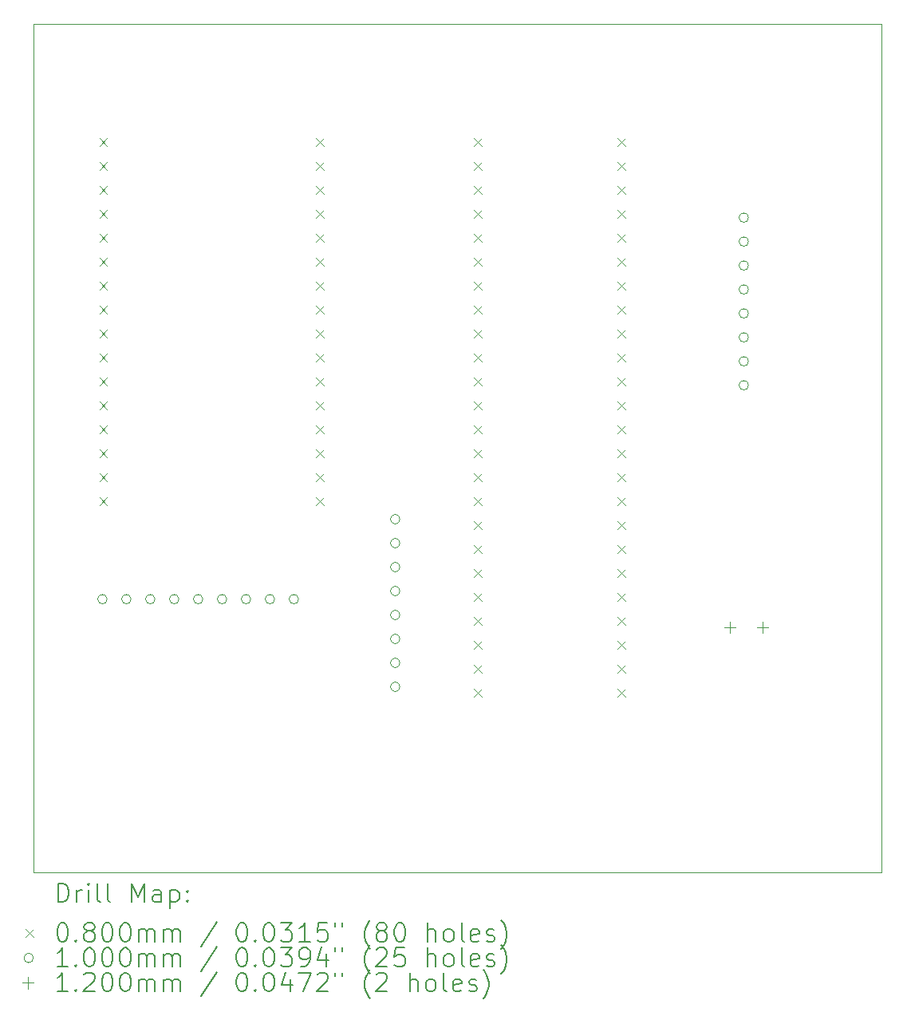
<source format=gbr>
%TF.GenerationSoftware,KiCad,Pcbnew,8.0.3*%
%TF.CreationDate,2024-07-18T11:22:14-07:00*%
%TF.ProjectId,pcb_test,7063625f-7465-4737-942e-6b696361645f,rev?*%
%TF.SameCoordinates,Original*%
%TF.FileFunction,Drillmap*%
%TF.FilePolarity,Positive*%
%FSLAX45Y45*%
G04 Gerber Fmt 4.5, Leading zero omitted, Abs format (unit mm)*
G04 Created by KiCad (PCBNEW 8.0.3) date 2024-07-18 11:22:14*
%MOMM*%
%LPD*%
G01*
G04 APERTURE LIST*
%ADD10C,0.050000*%
%ADD11C,0.200000*%
%ADD12C,0.100000*%
%ADD13C,0.120000*%
G04 APERTURE END LIST*
D10*
X6000000Y-2800000D02*
X15000000Y-2800000D01*
X15000000Y-11800000D01*
X6000000Y-11800000D01*
X6000000Y-2800000D01*
D11*
D12*
X6698000Y-4012000D02*
X6778000Y-4092000D01*
X6778000Y-4012000D02*
X6698000Y-4092000D01*
X6698000Y-4266000D02*
X6778000Y-4346000D01*
X6778000Y-4266000D02*
X6698000Y-4346000D01*
X6698000Y-4520000D02*
X6778000Y-4600000D01*
X6778000Y-4520000D02*
X6698000Y-4600000D01*
X6698000Y-4774000D02*
X6778000Y-4854000D01*
X6778000Y-4774000D02*
X6698000Y-4854000D01*
X6698000Y-5028000D02*
X6778000Y-5108000D01*
X6778000Y-5028000D02*
X6698000Y-5108000D01*
X6698000Y-5282000D02*
X6778000Y-5362000D01*
X6778000Y-5282000D02*
X6698000Y-5362000D01*
X6698000Y-5536000D02*
X6778000Y-5616000D01*
X6778000Y-5536000D02*
X6698000Y-5616000D01*
X6698000Y-5790000D02*
X6778000Y-5870000D01*
X6778000Y-5790000D02*
X6698000Y-5870000D01*
X6698000Y-6044000D02*
X6778000Y-6124000D01*
X6778000Y-6044000D02*
X6698000Y-6124000D01*
X6698000Y-6298000D02*
X6778000Y-6378000D01*
X6778000Y-6298000D02*
X6698000Y-6378000D01*
X6698000Y-6552000D02*
X6778000Y-6632000D01*
X6778000Y-6552000D02*
X6698000Y-6632000D01*
X6698000Y-6806000D02*
X6778000Y-6886000D01*
X6778000Y-6806000D02*
X6698000Y-6886000D01*
X6698000Y-7060000D02*
X6778000Y-7140000D01*
X6778000Y-7060000D02*
X6698000Y-7140000D01*
X6698000Y-7314000D02*
X6778000Y-7394000D01*
X6778000Y-7314000D02*
X6698000Y-7394000D01*
X6698000Y-7568000D02*
X6778000Y-7648000D01*
X6778000Y-7568000D02*
X6698000Y-7648000D01*
X6698000Y-7822000D02*
X6778000Y-7902000D01*
X6778000Y-7822000D02*
X6698000Y-7902000D01*
X8998000Y-4012000D02*
X9078000Y-4092000D01*
X9078000Y-4012000D02*
X8998000Y-4092000D01*
X8998000Y-4266000D02*
X9078000Y-4346000D01*
X9078000Y-4266000D02*
X8998000Y-4346000D01*
X8998000Y-4520000D02*
X9078000Y-4600000D01*
X9078000Y-4520000D02*
X8998000Y-4600000D01*
X8998000Y-4774000D02*
X9078000Y-4854000D01*
X9078000Y-4774000D02*
X8998000Y-4854000D01*
X8998000Y-5028000D02*
X9078000Y-5108000D01*
X9078000Y-5028000D02*
X8998000Y-5108000D01*
X8998000Y-5282000D02*
X9078000Y-5362000D01*
X9078000Y-5282000D02*
X8998000Y-5362000D01*
X8998000Y-5536000D02*
X9078000Y-5616000D01*
X9078000Y-5536000D02*
X8998000Y-5616000D01*
X8998000Y-5790000D02*
X9078000Y-5870000D01*
X9078000Y-5790000D02*
X8998000Y-5870000D01*
X8998000Y-6044000D02*
X9078000Y-6124000D01*
X9078000Y-6044000D02*
X8998000Y-6124000D01*
X8998000Y-6298000D02*
X9078000Y-6378000D01*
X9078000Y-6298000D02*
X8998000Y-6378000D01*
X8998000Y-6552000D02*
X9078000Y-6632000D01*
X9078000Y-6552000D02*
X8998000Y-6632000D01*
X8998000Y-6806000D02*
X9078000Y-6886000D01*
X9078000Y-6806000D02*
X8998000Y-6886000D01*
X8998000Y-7060000D02*
X9078000Y-7140000D01*
X9078000Y-7060000D02*
X8998000Y-7140000D01*
X8998000Y-7314000D02*
X9078000Y-7394000D01*
X9078000Y-7314000D02*
X8998000Y-7394000D01*
X8998000Y-7568000D02*
X9078000Y-7648000D01*
X9078000Y-7568000D02*
X8998000Y-7648000D01*
X8998000Y-7822000D02*
X9078000Y-7902000D01*
X9078000Y-7822000D02*
X8998000Y-7902000D01*
X10674000Y-4012000D02*
X10754000Y-4092000D01*
X10754000Y-4012000D02*
X10674000Y-4092000D01*
X10674000Y-4266000D02*
X10754000Y-4346000D01*
X10754000Y-4266000D02*
X10674000Y-4346000D01*
X10674000Y-4520000D02*
X10754000Y-4600000D01*
X10754000Y-4520000D02*
X10674000Y-4600000D01*
X10674000Y-4774000D02*
X10754000Y-4854000D01*
X10754000Y-4774000D02*
X10674000Y-4854000D01*
X10674000Y-5028000D02*
X10754000Y-5108000D01*
X10754000Y-5028000D02*
X10674000Y-5108000D01*
X10674000Y-5282000D02*
X10754000Y-5362000D01*
X10754000Y-5282000D02*
X10674000Y-5362000D01*
X10674000Y-5536000D02*
X10754000Y-5616000D01*
X10754000Y-5536000D02*
X10674000Y-5616000D01*
X10674000Y-5790000D02*
X10754000Y-5870000D01*
X10754000Y-5790000D02*
X10674000Y-5870000D01*
X10674000Y-6044000D02*
X10754000Y-6124000D01*
X10754000Y-6044000D02*
X10674000Y-6124000D01*
X10674000Y-6298000D02*
X10754000Y-6378000D01*
X10754000Y-6298000D02*
X10674000Y-6378000D01*
X10674000Y-6552000D02*
X10754000Y-6632000D01*
X10754000Y-6552000D02*
X10674000Y-6632000D01*
X10674000Y-6806000D02*
X10754000Y-6886000D01*
X10754000Y-6806000D02*
X10674000Y-6886000D01*
X10674000Y-7060000D02*
X10754000Y-7140000D01*
X10754000Y-7060000D02*
X10674000Y-7140000D01*
X10674000Y-7314000D02*
X10754000Y-7394000D01*
X10754000Y-7314000D02*
X10674000Y-7394000D01*
X10674000Y-7568000D02*
X10754000Y-7648000D01*
X10754000Y-7568000D02*
X10674000Y-7648000D01*
X10674000Y-7822000D02*
X10754000Y-7902000D01*
X10754000Y-7822000D02*
X10674000Y-7902000D01*
X10674000Y-8076000D02*
X10754000Y-8156000D01*
X10754000Y-8076000D02*
X10674000Y-8156000D01*
X10674000Y-8330000D02*
X10754000Y-8410000D01*
X10754000Y-8330000D02*
X10674000Y-8410000D01*
X10674000Y-8584000D02*
X10754000Y-8664000D01*
X10754000Y-8584000D02*
X10674000Y-8664000D01*
X10674000Y-8838000D02*
X10754000Y-8918000D01*
X10754000Y-8838000D02*
X10674000Y-8918000D01*
X10674000Y-9092000D02*
X10754000Y-9172000D01*
X10754000Y-9092000D02*
X10674000Y-9172000D01*
X10674000Y-9346000D02*
X10754000Y-9426000D01*
X10754000Y-9346000D02*
X10674000Y-9426000D01*
X10674000Y-9600000D02*
X10754000Y-9680000D01*
X10754000Y-9600000D02*
X10674000Y-9680000D01*
X10674000Y-9854000D02*
X10754000Y-9934000D01*
X10754000Y-9854000D02*
X10674000Y-9934000D01*
X12198000Y-4012000D02*
X12278000Y-4092000D01*
X12278000Y-4012000D02*
X12198000Y-4092000D01*
X12198000Y-4266000D02*
X12278000Y-4346000D01*
X12278000Y-4266000D02*
X12198000Y-4346000D01*
X12198000Y-4520000D02*
X12278000Y-4600000D01*
X12278000Y-4520000D02*
X12198000Y-4600000D01*
X12198000Y-4774000D02*
X12278000Y-4854000D01*
X12278000Y-4774000D02*
X12198000Y-4854000D01*
X12198000Y-5028000D02*
X12278000Y-5108000D01*
X12278000Y-5028000D02*
X12198000Y-5108000D01*
X12198000Y-5282000D02*
X12278000Y-5362000D01*
X12278000Y-5282000D02*
X12198000Y-5362000D01*
X12198000Y-5536000D02*
X12278000Y-5616000D01*
X12278000Y-5536000D02*
X12198000Y-5616000D01*
X12198000Y-5790000D02*
X12278000Y-5870000D01*
X12278000Y-5790000D02*
X12198000Y-5870000D01*
X12198000Y-6044000D02*
X12278000Y-6124000D01*
X12278000Y-6044000D02*
X12198000Y-6124000D01*
X12198000Y-6298000D02*
X12278000Y-6378000D01*
X12278000Y-6298000D02*
X12198000Y-6378000D01*
X12198000Y-6552000D02*
X12278000Y-6632000D01*
X12278000Y-6552000D02*
X12198000Y-6632000D01*
X12198000Y-6806000D02*
X12278000Y-6886000D01*
X12278000Y-6806000D02*
X12198000Y-6886000D01*
X12198000Y-7060000D02*
X12278000Y-7140000D01*
X12278000Y-7060000D02*
X12198000Y-7140000D01*
X12198000Y-7314000D02*
X12278000Y-7394000D01*
X12278000Y-7314000D02*
X12198000Y-7394000D01*
X12198000Y-7568000D02*
X12278000Y-7648000D01*
X12278000Y-7568000D02*
X12198000Y-7648000D01*
X12198000Y-7822000D02*
X12278000Y-7902000D01*
X12278000Y-7822000D02*
X12198000Y-7902000D01*
X12198000Y-8076000D02*
X12278000Y-8156000D01*
X12278000Y-8076000D02*
X12198000Y-8156000D01*
X12198000Y-8330000D02*
X12278000Y-8410000D01*
X12278000Y-8330000D02*
X12198000Y-8410000D01*
X12198000Y-8584000D02*
X12278000Y-8664000D01*
X12278000Y-8584000D02*
X12198000Y-8664000D01*
X12198000Y-8838000D02*
X12278000Y-8918000D01*
X12278000Y-8838000D02*
X12198000Y-8918000D01*
X12198000Y-9092000D02*
X12278000Y-9172000D01*
X12278000Y-9092000D02*
X12198000Y-9172000D01*
X12198000Y-9346000D02*
X12278000Y-9426000D01*
X12278000Y-9346000D02*
X12198000Y-9426000D01*
X12198000Y-9600000D02*
X12278000Y-9680000D01*
X12278000Y-9600000D02*
X12198000Y-9680000D01*
X12198000Y-9854000D02*
X12278000Y-9934000D01*
X12278000Y-9854000D02*
X12198000Y-9934000D01*
X6780000Y-8900000D02*
G75*
G02*
X6680000Y-8900000I-50000J0D01*
G01*
X6680000Y-8900000D02*
G75*
G02*
X6780000Y-8900000I50000J0D01*
G01*
X7034000Y-8900000D02*
G75*
G02*
X6934000Y-8900000I-50000J0D01*
G01*
X6934000Y-8900000D02*
G75*
G02*
X7034000Y-8900000I50000J0D01*
G01*
X7288000Y-8900000D02*
G75*
G02*
X7188000Y-8900000I-50000J0D01*
G01*
X7188000Y-8900000D02*
G75*
G02*
X7288000Y-8900000I50000J0D01*
G01*
X7542000Y-8900000D02*
G75*
G02*
X7442000Y-8900000I-50000J0D01*
G01*
X7442000Y-8900000D02*
G75*
G02*
X7542000Y-8900000I50000J0D01*
G01*
X7796000Y-8900000D02*
G75*
G02*
X7696000Y-8900000I-50000J0D01*
G01*
X7696000Y-8900000D02*
G75*
G02*
X7796000Y-8900000I50000J0D01*
G01*
X8050000Y-8900000D02*
G75*
G02*
X7950000Y-8900000I-50000J0D01*
G01*
X7950000Y-8900000D02*
G75*
G02*
X8050000Y-8900000I50000J0D01*
G01*
X8304000Y-8900000D02*
G75*
G02*
X8204000Y-8900000I-50000J0D01*
G01*
X8204000Y-8900000D02*
G75*
G02*
X8304000Y-8900000I50000J0D01*
G01*
X8558000Y-8900000D02*
G75*
G02*
X8458000Y-8900000I-50000J0D01*
G01*
X8458000Y-8900000D02*
G75*
G02*
X8558000Y-8900000I50000J0D01*
G01*
X8812000Y-8900000D02*
G75*
G02*
X8712000Y-8900000I-50000J0D01*
G01*
X8712000Y-8900000D02*
G75*
G02*
X8812000Y-8900000I50000J0D01*
G01*
X9888000Y-8052000D02*
G75*
G02*
X9788000Y-8052000I-50000J0D01*
G01*
X9788000Y-8052000D02*
G75*
G02*
X9888000Y-8052000I50000J0D01*
G01*
X9888000Y-8306000D02*
G75*
G02*
X9788000Y-8306000I-50000J0D01*
G01*
X9788000Y-8306000D02*
G75*
G02*
X9888000Y-8306000I50000J0D01*
G01*
X9888000Y-8560000D02*
G75*
G02*
X9788000Y-8560000I-50000J0D01*
G01*
X9788000Y-8560000D02*
G75*
G02*
X9888000Y-8560000I50000J0D01*
G01*
X9888000Y-8814000D02*
G75*
G02*
X9788000Y-8814000I-50000J0D01*
G01*
X9788000Y-8814000D02*
G75*
G02*
X9888000Y-8814000I50000J0D01*
G01*
X9888000Y-9068000D02*
G75*
G02*
X9788000Y-9068000I-50000J0D01*
G01*
X9788000Y-9068000D02*
G75*
G02*
X9888000Y-9068000I50000J0D01*
G01*
X9888000Y-9322000D02*
G75*
G02*
X9788000Y-9322000I-50000J0D01*
G01*
X9788000Y-9322000D02*
G75*
G02*
X9888000Y-9322000I50000J0D01*
G01*
X9888000Y-9576000D02*
G75*
G02*
X9788000Y-9576000I-50000J0D01*
G01*
X9788000Y-9576000D02*
G75*
G02*
X9888000Y-9576000I50000J0D01*
G01*
X9888000Y-9830000D02*
G75*
G02*
X9788000Y-9830000I-50000J0D01*
G01*
X9788000Y-9830000D02*
G75*
G02*
X9888000Y-9830000I50000J0D01*
G01*
X13588000Y-4852000D02*
G75*
G02*
X13488000Y-4852000I-50000J0D01*
G01*
X13488000Y-4852000D02*
G75*
G02*
X13588000Y-4852000I50000J0D01*
G01*
X13588000Y-5106000D02*
G75*
G02*
X13488000Y-5106000I-50000J0D01*
G01*
X13488000Y-5106000D02*
G75*
G02*
X13588000Y-5106000I50000J0D01*
G01*
X13588000Y-5360000D02*
G75*
G02*
X13488000Y-5360000I-50000J0D01*
G01*
X13488000Y-5360000D02*
G75*
G02*
X13588000Y-5360000I50000J0D01*
G01*
X13588000Y-5614000D02*
G75*
G02*
X13488000Y-5614000I-50000J0D01*
G01*
X13488000Y-5614000D02*
G75*
G02*
X13588000Y-5614000I50000J0D01*
G01*
X13588000Y-5868000D02*
G75*
G02*
X13488000Y-5868000I-50000J0D01*
G01*
X13488000Y-5868000D02*
G75*
G02*
X13588000Y-5868000I50000J0D01*
G01*
X13588000Y-6122000D02*
G75*
G02*
X13488000Y-6122000I-50000J0D01*
G01*
X13488000Y-6122000D02*
G75*
G02*
X13588000Y-6122000I50000J0D01*
G01*
X13588000Y-6376000D02*
G75*
G02*
X13488000Y-6376000I-50000J0D01*
G01*
X13488000Y-6376000D02*
G75*
G02*
X13588000Y-6376000I50000J0D01*
G01*
X13588000Y-6630000D02*
G75*
G02*
X13488000Y-6630000I-50000J0D01*
G01*
X13488000Y-6630000D02*
G75*
G02*
X13588000Y-6630000I50000J0D01*
G01*
D13*
X13388000Y-9140000D02*
X13388000Y-9260000D01*
X13328000Y-9200000D02*
X13448000Y-9200000D01*
X13738000Y-9140000D02*
X13738000Y-9260000D01*
X13678000Y-9200000D02*
X13798000Y-9200000D01*
D11*
X6258277Y-12113984D02*
X6258277Y-11913984D01*
X6258277Y-11913984D02*
X6305896Y-11913984D01*
X6305896Y-11913984D02*
X6334467Y-11923508D01*
X6334467Y-11923508D02*
X6353515Y-11942555D01*
X6353515Y-11942555D02*
X6363039Y-11961603D01*
X6363039Y-11961603D02*
X6372562Y-11999698D01*
X6372562Y-11999698D02*
X6372562Y-12028269D01*
X6372562Y-12028269D02*
X6363039Y-12066365D01*
X6363039Y-12066365D02*
X6353515Y-12085412D01*
X6353515Y-12085412D02*
X6334467Y-12104460D01*
X6334467Y-12104460D02*
X6305896Y-12113984D01*
X6305896Y-12113984D02*
X6258277Y-12113984D01*
X6458277Y-12113984D02*
X6458277Y-11980650D01*
X6458277Y-12018746D02*
X6467801Y-11999698D01*
X6467801Y-11999698D02*
X6477324Y-11990174D01*
X6477324Y-11990174D02*
X6496372Y-11980650D01*
X6496372Y-11980650D02*
X6515420Y-11980650D01*
X6582086Y-12113984D02*
X6582086Y-11980650D01*
X6582086Y-11913984D02*
X6572562Y-11923508D01*
X6572562Y-11923508D02*
X6582086Y-11933031D01*
X6582086Y-11933031D02*
X6591610Y-11923508D01*
X6591610Y-11923508D02*
X6582086Y-11913984D01*
X6582086Y-11913984D02*
X6582086Y-11933031D01*
X6705896Y-12113984D02*
X6686848Y-12104460D01*
X6686848Y-12104460D02*
X6677324Y-12085412D01*
X6677324Y-12085412D02*
X6677324Y-11913984D01*
X6810658Y-12113984D02*
X6791610Y-12104460D01*
X6791610Y-12104460D02*
X6782086Y-12085412D01*
X6782086Y-12085412D02*
X6782086Y-11913984D01*
X7039229Y-12113984D02*
X7039229Y-11913984D01*
X7039229Y-11913984D02*
X7105896Y-12056841D01*
X7105896Y-12056841D02*
X7172562Y-11913984D01*
X7172562Y-11913984D02*
X7172562Y-12113984D01*
X7353515Y-12113984D02*
X7353515Y-12009222D01*
X7353515Y-12009222D02*
X7343991Y-11990174D01*
X7343991Y-11990174D02*
X7324943Y-11980650D01*
X7324943Y-11980650D02*
X7286848Y-11980650D01*
X7286848Y-11980650D02*
X7267801Y-11990174D01*
X7353515Y-12104460D02*
X7334467Y-12113984D01*
X7334467Y-12113984D02*
X7286848Y-12113984D01*
X7286848Y-12113984D02*
X7267801Y-12104460D01*
X7267801Y-12104460D02*
X7258277Y-12085412D01*
X7258277Y-12085412D02*
X7258277Y-12066365D01*
X7258277Y-12066365D02*
X7267801Y-12047317D01*
X7267801Y-12047317D02*
X7286848Y-12037793D01*
X7286848Y-12037793D02*
X7334467Y-12037793D01*
X7334467Y-12037793D02*
X7353515Y-12028269D01*
X7448753Y-11980650D02*
X7448753Y-12180650D01*
X7448753Y-11990174D02*
X7467801Y-11980650D01*
X7467801Y-11980650D02*
X7505896Y-11980650D01*
X7505896Y-11980650D02*
X7524943Y-11990174D01*
X7524943Y-11990174D02*
X7534467Y-11999698D01*
X7534467Y-11999698D02*
X7543991Y-12018746D01*
X7543991Y-12018746D02*
X7543991Y-12075888D01*
X7543991Y-12075888D02*
X7534467Y-12094936D01*
X7534467Y-12094936D02*
X7524943Y-12104460D01*
X7524943Y-12104460D02*
X7505896Y-12113984D01*
X7505896Y-12113984D02*
X7467801Y-12113984D01*
X7467801Y-12113984D02*
X7448753Y-12104460D01*
X7629705Y-12094936D02*
X7639229Y-12104460D01*
X7639229Y-12104460D02*
X7629705Y-12113984D01*
X7629705Y-12113984D02*
X7620182Y-12104460D01*
X7620182Y-12104460D02*
X7629705Y-12094936D01*
X7629705Y-12094936D02*
X7629705Y-12113984D01*
X7629705Y-11990174D02*
X7639229Y-11999698D01*
X7639229Y-11999698D02*
X7629705Y-12009222D01*
X7629705Y-12009222D02*
X7620182Y-11999698D01*
X7620182Y-11999698D02*
X7629705Y-11990174D01*
X7629705Y-11990174D02*
X7629705Y-12009222D01*
D12*
X5917500Y-12402500D02*
X5997500Y-12482500D01*
X5997500Y-12402500D02*
X5917500Y-12482500D01*
D11*
X6296372Y-12333984D02*
X6315420Y-12333984D01*
X6315420Y-12333984D02*
X6334467Y-12343508D01*
X6334467Y-12343508D02*
X6343991Y-12353031D01*
X6343991Y-12353031D02*
X6353515Y-12372079D01*
X6353515Y-12372079D02*
X6363039Y-12410174D01*
X6363039Y-12410174D02*
X6363039Y-12457793D01*
X6363039Y-12457793D02*
X6353515Y-12495888D01*
X6353515Y-12495888D02*
X6343991Y-12514936D01*
X6343991Y-12514936D02*
X6334467Y-12524460D01*
X6334467Y-12524460D02*
X6315420Y-12533984D01*
X6315420Y-12533984D02*
X6296372Y-12533984D01*
X6296372Y-12533984D02*
X6277324Y-12524460D01*
X6277324Y-12524460D02*
X6267801Y-12514936D01*
X6267801Y-12514936D02*
X6258277Y-12495888D01*
X6258277Y-12495888D02*
X6248753Y-12457793D01*
X6248753Y-12457793D02*
X6248753Y-12410174D01*
X6248753Y-12410174D02*
X6258277Y-12372079D01*
X6258277Y-12372079D02*
X6267801Y-12353031D01*
X6267801Y-12353031D02*
X6277324Y-12343508D01*
X6277324Y-12343508D02*
X6296372Y-12333984D01*
X6448753Y-12514936D02*
X6458277Y-12524460D01*
X6458277Y-12524460D02*
X6448753Y-12533984D01*
X6448753Y-12533984D02*
X6439229Y-12524460D01*
X6439229Y-12524460D02*
X6448753Y-12514936D01*
X6448753Y-12514936D02*
X6448753Y-12533984D01*
X6572562Y-12419698D02*
X6553515Y-12410174D01*
X6553515Y-12410174D02*
X6543991Y-12400650D01*
X6543991Y-12400650D02*
X6534467Y-12381603D01*
X6534467Y-12381603D02*
X6534467Y-12372079D01*
X6534467Y-12372079D02*
X6543991Y-12353031D01*
X6543991Y-12353031D02*
X6553515Y-12343508D01*
X6553515Y-12343508D02*
X6572562Y-12333984D01*
X6572562Y-12333984D02*
X6610658Y-12333984D01*
X6610658Y-12333984D02*
X6629705Y-12343508D01*
X6629705Y-12343508D02*
X6639229Y-12353031D01*
X6639229Y-12353031D02*
X6648753Y-12372079D01*
X6648753Y-12372079D02*
X6648753Y-12381603D01*
X6648753Y-12381603D02*
X6639229Y-12400650D01*
X6639229Y-12400650D02*
X6629705Y-12410174D01*
X6629705Y-12410174D02*
X6610658Y-12419698D01*
X6610658Y-12419698D02*
X6572562Y-12419698D01*
X6572562Y-12419698D02*
X6553515Y-12429222D01*
X6553515Y-12429222D02*
X6543991Y-12438746D01*
X6543991Y-12438746D02*
X6534467Y-12457793D01*
X6534467Y-12457793D02*
X6534467Y-12495888D01*
X6534467Y-12495888D02*
X6543991Y-12514936D01*
X6543991Y-12514936D02*
X6553515Y-12524460D01*
X6553515Y-12524460D02*
X6572562Y-12533984D01*
X6572562Y-12533984D02*
X6610658Y-12533984D01*
X6610658Y-12533984D02*
X6629705Y-12524460D01*
X6629705Y-12524460D02*
X6639229Y-12514936D01*
X6639229Y-12514936D02*
X6648753Y-12495888D01*
X6648753Y-12495888D02*
X6648753Y-12457793D01*
X6648753Y-12457793D02*
X6639229Y-12438746D01*
X6639229Y-12438746D02*
X6629705Y-12429222D01*
X6629705Y-12429222D02*
X6610658Y-12419698D01*
X6772562Y-12333984D02*
X6791610Y-12333984D01*
X6791610Y-12333984D02*
X6810658Y-12343508D01*
X6810658Y-12343508D02*
X6820182Y-12353031D01*
X6820182Y-12353031D02*
X6829705Y-12372079D01*
X6829705Y-12372079D02*
X6839229Y-12410174D01*
X6839229Y-12410174D02*
X6839229Y-12457793D01*
X6839229Y-12457793D02*
X6829705Y-12495888D01*
X6829705Y-12495888D02*
X6820182Y-12514936D01*
X6820182Y-12514936D02*
X6810658Y-12524460D01*
X6810658Y-12524460D02*
X6791610Y-12533984D01*
X6791610Y-12533984D02*
X6772562Y-12533984D01*
X6772562Y-12533984D02*
X6753515Y-12524460D01*
X6753515Y-12524460D02*
X6743991Y-12514936D01*
X6743991Y-12514936D02*
X6734467Y-12495888D01*
X6734467Y-12495888D02*
X6724943Y-12457793D01*
X6724943Y-12457793D02*
X6724943Y-12410174D01*
X6724943Y-12410174D02*
X6734467Y-12372079D01*
X6734467Y-12372079D02*
X6743991Y-12353031D01*
X6743991Y-12353031D02*
X6753515Y-12343508D01*
X6753515Y-12343508D02*
X6772562Y-12333984D01*
X6963039Y-12333984D02*
X6982086Y-12333984D01*
X6982086Y-12333984D02*
X7001134Y-12343508D01*
X7001134Y-12343508D02*
X7010658Y-12353031D01*
X7010658Y-12353031D02*
X7020182Y-12372079D01*
X7020182Y-12372079D02*
X7029705Y-12410174D01*
X7029705Y-12410174D02*
X7029705Y-12457793D01*
X7029705Y-12457793D02*
X7020182Y-12495888D01*
X7020182Y-12495888D02*
X7010658Y-12514936D01*
X7010658Y-12514936D02*
X7001134Y-12524460D01*
X7001134Y-12524460D02*
X6982086Y-12533984D01*
X6982086Y-12533984D02*
X6963039Y-12533984D01*
X6963039Y-12533984D02*
X6943991Y-12524460D01*
X6943991Y-12524460D02*
X6934467Y-12514936D01*
X6934467Y-12514936D02*
X6924943Y-12495888D01*
X6924943Y-12495888D02*
X6915420Y-12457793D01*
X6915420Y-12457793D02*
X6915420Y-12410174D01*
X6915420Y-12410174D02*
X6924943Y-12372079D01*
X6924943Y-12372079D02*
X6934467Y-12353031D01*
X6934467Y-12353031D02*
X6943991Y-12343508D01*
X6943991Y-12343508D02*
X6963039Y-12333984D01*
X7115420Y-12533984D02*
X7115420Y-12400650D01*
X7115420Y-12419698D02*
X7124943Y-12410174D01*
X7124943Y-12410174D02*
X7143991Y-12400650D01*
X7143991Y-12400650D02*
X7172563Y-12400650D01*
X7172563Y-12400650D02*
X7191610Y-12410174D01*
X7191610Y-12410174D02*
X7201134Y-12429222D01*
X7201134Y-12429222D02*
X7201134Y-12533984D01*
X7201134Y-12429222D02*
X7210658Y-12410174D01*
X7210658Y-12410174D02*
X7229705Y-12400650D01*
X7229705Y-12400650D02*
X7258277Y-12400650D01*
X7258277Y-12400650D02*
X7277324Y-12410174D01*
X7277324Y-12410174D02*
X7286848Y-12429222D01*
X7286848Y-12429222D02*
X7286848Y-12533984D01*
X7382086Y-12533984D02*
X7382086Y-12400650D01*
X7382086Y-12419698D02*
X7391610Y-12410174D01*
X7391610Y-12410174D02*
X7410658Y-12400650D01*
X7410658Y-12400650D02*
X7439229Y-12400650D01*
X7439229Y-12400650D02*
X7458277Y-12410174D01*
X7458277Y-12410174D02*
X7467801Y-12429222D01*
X7467801Y-12429222D02*
X7467801Y-12533984D01*
X7467801Y-12429222D02*
X7477324Y-12410174D01*
X7477324Y-12410174D02*
X7496372Y-12400650D01*
X7496372Y-12400650D02*
X7524943Y-12400650D01*
X7524943Y-12400650D02*
X7543991Y-12410174D01*
X7543991Y-12410174D02*
X7553515Y-12429222D01*
X7553515Y-12429222D02*
X7553515Y-12533984D01*
X7943991Y-12324460D02*
X7772563Y-12581603D01*
X8201134Y-12333984D02*
X8220182Y-12333984D01*
X8220182Y-12333984D02*
X8239229Y-12343508D01*
X8239229Y-12343508D02*
X8248753Y-12353031D01*
X8248753Y-12353031D02*
X8258277Y-12372079D01*
X8258277Y-12372079D02*
X8267801Y-12410174D01*
X8267801Y-12410174D02*
X8267801Y-12457793D01*
X8267801Y-12457793D02*
X8258277Y-12495888D01*
X8258277Y-12495888D02*
X8248753Y-12514936D01*
X8248753Y-12514936D02*
X8239229Y-12524460D01*
X8239229Y-12524460D02*
X8220182Y-12533984D01*
X8220182Y-12533984D02*
X8201134Y-12533984D01*
X8201134Y-12533984D02*
X8182086Y-12524460D01*
X8182086Y-12524460D02*
X8172563Y-12514936D01*
X8172563Y-12514936D02*
X8163039Y-12495888D01*
X8163039Y-12495888D02*
X8153515Y-12457793D01*
X8153515Y-12457793D02*
X8153515Y-12410174D01*
X8153515Y-12410174D02*
X8163039Y-12372079D01*
X8163039Y-12372079D02*
X8172563Y-12353031D01*
X8172563Y-12353031D02*
X8182086Y-12343508D01*
X8182086Y-12343508D02*
X8201134Y-12333984D01*
X8353515Y-12514936D02*
X8363039Y-12524460D01*
X8363039Y-12524460D02*
X8353515Y-12533984D01*
X8353515Y-12533984D02*
X8343991Y-12524460D01*
X8343991Y-12524460D02*
X8353515Y-12514936D01*
X8353515Y-12514936D02*
X8353515Y-12533984D01*
X8486848Y-12333984D02*
X8505896Y-12333984D01*
X8505896Y-12333984D02*
X8524944Y-12343508D01*
X8524944Y-12343508D02*
X8534468Y-12353031D01*
X8534468Y-12353031D02*
X8543991Y-12372079D01*
X8543991Y-12372079D02*
X8553515Y-12410174D01*
X8553515Y-12410174D02*
X8553515Y-12457793D01*
X8553515Y-12457793D02*
X8543991Y-12495888D01*
X8543991Y-12495888D02*
X8534468Y-12514936D01*
X8534468Y-12514936D02*
X8524944Y-12524460D01*
X8524944Y-12524460D02*
X8505896Y-12533984D01*
X8505896Y-12533984D02*
X8486848Y-12533984D01*
X8486848Y-12533984D02*
X8467801Y-12524460D01*
X8467801Y-12524460D02*
X8458277Y-12514936D01*
X8458277Y-12514936D02*
X8448753Y-12495888D01*
X8448753Y-12495888D02*
X8439229Y-12457793D01*
X8439229Y-12457793D02*
X8439229Y-12410174D01*
X8439229Y-12410174D02*
X8448753Y-12372079D01*
X8448753Y-12372079D02*
X8458277Y-12353031D01*
X8458277Y-12353031D02*
X8467801Y-12343508D01*
X8467801Y-12343508D02*
X8486848Y-12333984D01*
X8620182Y-12333984D02*
X8743991Y-12333984D01*
X8743991Y-12333984D02*
X8677325Y-12410174D01*
X8677325Y-12410174D02*
X8705896Y-12410174D01*
X8705896Y-12410174D02*
X8724944Y-12419698D01*
X8724944Y-12419698D02*
X8734468Y-12429222D01*
X8734468Y-12429222D02*
X8743991Y-12448269D01*
X8743991Y-12448269D02*
X8743991Y-12495888D01*
X8743991Y-12495888D02*
X8734468Y-12514936D01*
X8734468Y-12514936D02*
X8724944Y-12524460D01*
X8724944Y-12524460D02*
X8705896Y-12533984D01*
X8705896Y-12533984D02*
X8648753Y-12533984D01*
X8648753Y-12533984D02*
X8629706Y-12524460D01*
X8629706Y-12524460D02*
X8620182Y-12514936D01*
X8934468Y-12533984D02*
X8820182Y-12533984D01*
X8877325Y-12533984D02*
X8877325Y-12333984D01*
X8877325Y-12333984D02*
X8858277Y-12362555D01*
X8858277Y-12362555D02*
X8839229Y-12381603D01*
X8839229Y-12381603D02*
X8820182Y-12391127D01*
X9115420Y-12333984D02*
X9020182Y-12333984D01*
X9020182Y-12333984D02*
X9010658Y-12429222D01*
X9010658Y-12429222D02*
X9020182Y-12419698D01*
X9020182Y-12419698D02*
X9039229Y-12410174D01*
X9039229Y-12410174D02*
X9086849Y-12410174D01*
X9086849Y-12410174D02*
X9105896Y-12419698D01*
X9105896Y-12419698D02*
X9115420Y-12429222D01*
X9115420Y-12429222D02*
X9124944Y-12448269D01*
X9124944Y-12448269D02*
X9124944Y-12495888D01*
X9124944Y-12495888D02*
X9115420Y-12514936D01*
X9115420Y-12514936D02*
X9105896Y-12524460D01*
X9105896Y-12524460D02*
X9086849Y-12533984D01*
X9086849Y-12533984D02*
X9039229Y-12533984D01*
X9039229Y-12533984D02*
X9020182Y-12524460D01*
X9020182Y-12524460D02*
X9010658Y-12514936D01*
X9201134Y-12333984D02*
X9201134Y-12372079D01*
X9277325Y-12333984D02*
X9277325Y-12372079D01*
X9572563Y-12610174D02*
X9563039Y-12600650D01*
X9563039Y-12600650D02*
X9543991Y-12572079D01*
X9543991Y-12572079D02*
X9534468Y-12553031D01*
X9534468Y-12553031D02*
X9524944Y-12524460D01*
X9524944Y-12524460D02*
X9515420Y-12476841D01*
X9515420Y-12476841D02*
X9515420Y-12438746D01*
X9515420Y-12438746D02*
X9524944Y-12391127D01*
X9524944Y-12391127D02*
X9534468Y-12362555D01*
X9534468Y-12362555D02*
X9543991Y-12343508D01*
X9543991Y-12343508D02*
X9563039Y-12314936D01*
X9563039Y-12314936D02*
X9572563Y-12305412D01*
X9677325Y-12419698D02*
X9658277Y-12410174D01*
X9658277Y-12410174D02*
X9648753Y-12400650D01*
X9648753Y-12400650D02*
X9639230Y-12381603D01*
X9639230Y-12381603D02*
X9639230Y-12372079D01*
X9639230Y-12372079D02*
X9648753Y-12353031D01*
X9648753Y-12353031D02*
X9658277Y-12343508D01*
X9658277Y-12343508D02*
X9677325Y-12333984D01*
X9677325Y-12333984D02*
X9715420Y-12333984D01*
X9715420Y-12333984D02*
X9734468Y-12343508D01*
X9734468Y-12343508D02*
X9743991Y-12353031D01*
X9743991Y-12353031D02*
X9753515Y-12372079D01*
X9753515Y-12372079D02*
X9753515Y-12381603D01*
X9753515Y-12381603D02*
X9743991Y-12400650D01*
X9743991Y-12400650D02*
X9734468Y-12410174D01*
X9734468Y-12410174D02*
X9715420Y-12419698D01*
X9715420Y-12419698D02*
X9677325Y-12419698D01*
X9677325Y-12419698D02*
X9658277Y-12429222D01*
X9658277Y-12429222D02*
X9648753Y-12438746D01*
X9648753Y-12438746D02*
X9639230Y-12457793D01*
X9639230Y-12457793D02*
X9639230Y-12495888D01*
X9639230Y-12495888D02*
X9648753Y-12514936D01*
X9648753Y-12514936D02*
X9658277Y-12524460D01*
X9658277Y-12524460D02*
X9677325Y-12533984D01*
X9677325Y-12533984D02*
X9715420Y-12533984D01*
X9715420Y-12533984D02*
X9734468Y-12524460D01*
X9734468Y-12524460D02*
X9743991Y-12514936D01*
X9743991Y-12514936D02*
X9753515Y-12495888D01*
X9753515Y-12495888D02*
X9753515Y-12457793D01*
X9753515Y-12457793D02*
X9743991Y-12438746D01*
X9743991Y-12438746D02*
X9734468Y-12429222D01*
X9734468Y-12429222D02*
X9715420Y-12419698D01*
X9877325Y-12333984D02*
X9896372Y-12333984D01*
X9896372Y-12333984D02*
X9915420Y-12343508D01*
X9915420Y-12343508D02*
X9924944Y-12353031D01*
X9924944Y-12353031D02*
X9934468Y-12372079D01*
X9934468Y-12372079D02*
X9943991Y-12410174D01*
X9943991Y-12410174D02*
X9943991Y-12457793D01*
X9943991Y-12457793D02*
X9934468Y-12495888D01*
X9934468Y-12495888D02*
X9924944Y-12514936D01*
X9924944Y-12514936D02*
X9915420Y-12524460D01*
X9915420Y-12524460D02*
X9896372Y-12533984D01*
X9896372Y-12533984D02*
X9877325Y-12533984D01*
X9877325Y-12533984D02*
X9858277Y-12524460D01*
X9858277Y-12524460D02*
X9848753Y-12514936D01*
X9848753Y-12514936D02*
X9839230Y-12495888D01*
X9839230Y-12495888D02*
X9829706Y-12457793D01*
X9829706Y-12457793D02*
X9829706Y-12410174D01*
X9829706Y-12410174D02*
X9839230Y-12372079D01*
X9839230Y-12372079D02*
X9848753Y-12353031D01*
X9848753Y-12353031D02*
X9858277Y-12343508D01*
X9858277Y-12343508D02*
X9877325Y-12333984D01*
X10182087Y-12533984D02*
X10182087Y-12333984D01*
X10267801Y-12533984D02*
X10267801Y-12429222D01*
X10267801Y-12429222D02*
X10258277Y-12410174D01*
X10258277Y-12410174D02*
X10239230Y-12400650D01*
X10239230Y-12400650D02*
X10210658Y-12400650D01*
X10210658Y-12400650D02*
X10191611Y-12410174D01*
X10191611Y-12410174D02*
X10182087Y-12419698D01*
X10391611Y-12533984D02*
X10372563Y-12524460D01*
X10372563Y-12524460D02*
X10363039Y-12514936D01*
X10363039Y-12514936D02*
X10353515Y-12495888D01*
X10353515Y-12495888D02*
X10353515Y-12438746D01*
X10353515Y-12438746D02*
X10363039Y-12419698D01*
X10363039Y-12419698D02*
X10372563Y-12410174D01*
X10372563Y-12410174D02*
X10391611Y-12400650D01*
X10391611Y-12400650D02*
X10420182Y-12400650D01*
X10420182Y-12400650D02*
X10439230Y-12410174D01*
X10439230Y-12410174D02*
X10448753Y-12419698D01*
X10448753Y-12419698D02*
X10458277Y-12438746D01*
X10458277Y-12438746D02*
X10458277Y-12495888D01*
X10458277Y-12495888D02*
X10448753Y-12514936D01*
X10448753Y-12514936D02*
X10439230Y-12524460D01*
X10439230Y-12524460D02*
X10420182Y-12533984D01*
X10420182Y-12533984D02*
X10391611Y-12533984D01*
X10572563Y-12533984D02*
X10553515Y-12524460D01*
X10553515Y-12524460D02*
X10543992Y-12505412D01*
X10543992Y-12505412D02*
X10543992Y-12333984D01*
X10724944Y-12524460D02*
X10705896Y-12533984D01*
X10705896Y-12533984D02*
X10667801Y-12533984D01*
X10667801Y-12533984D02*
X10648753Y-12524460D01*
X10648753Y-12524460D02*
X10639230Y-12505412D01*
X10639230Y-12505412D02*
X10639230Y-12429222D01*
X10639230Y-12429222D02*
X10648753Y-12410174D01*
X10648753Y-12410174D02*
X10667801Y-12400650D01*
X10667801Y-12400650D02*
X10705896Y-12400650D01*
X10705896Y-12400650D02*
X10724944Y-12410174D01*
X10724944Y-12410174D02*
X10734468Y-12429222D01*
X10734468Y-12429222D02*
X10734468Y-12448269D01*
X10734468Y-12448269D02*
X10639230Y-12467317D01*
X10810658Y-12524460D02*
X10829706Y-12533984D01*
X10829706Y-12533984D02*
X10867801Y-12533984D01*
X10867801Y-12533984D02*
X10886849Y-12524460D01*
X10886849Y-12524460D02*
X10896373Y-12505412D01*
X10896373Y-12505412D02*
X10896373Y-12495888D01*
X10896373Y-12495888D02*
X10886849Y-12476841D01*
X10886849Y-12476841D02*
X10867801Y-12467317D01*
X10867801Y-12467317D02*
X10839230Y-12467317D01*
X10839230Y-12467317D02*
X10820182Y-12457793D01*
X10820182Y-12457793D02*
X10810658Y-12438746D01*
X10810658Y-12438746D02*
X10810658Y-12429222D01*
X10810658Y-12429222D02*
X10820182Y-12410174D01*
X10820182Y-12410174D02*
X10839230Y-12400650D01*
X10839230Y-12400650D02*
X10867801Y-12400650D01*
X10867801Y-12400650D02*
X10886849Y-12410174D01*
X10963039Y-12610174D02*
X10972563Y-12600650D01*
X10972563Y-12600650D02*
X10991611Y-12572079D01*
X10991611Y-12572079D02*
X11001134Y-12553031D01*
X11001134Y-12553031D02*
X11010658Y-12524460D01*
X11010658Y-12524460D02*
X11020182Y-12476841D01*
X11020182Y-12476841D02*
X11020182Y-12438746D01*
X11020182Y-12438746D02*
X11010658Y-12391127D01*
X11010658Y-12391127D02*
X11001134Y-12362555D01*
X11001134Y-12362555D02*
X10991611Y-12343508D01*
X10991611Y-12343508D02*
X10972563Y-12314936D01*
X10972563Y-12314936D02*
X10963039Y-12305412D01*
D12*
X5997500Y-12706500D02*
G75*
G02*
X5897500Y-12706500I-50000J0D01*
G01*
X5897500Y-12706500D02*
G75*
G02*
X5997500Y-12706500I50000J0D01*
G01*
D11*
X6363039Y-12797984D02*
X6248753Y-12797984D01*
X6305896Y-12797984D02*
X6305896Y-12597984D01*
X6305896Y-12597984D02*
X6286848Y-12626555D01*
X6286848Y-12626555D02*
X6267801Y-12645603D01*
X6267801Y-12645603D02*
X6248753Y-12655127D01*
X6448753Y-12778936D02*
X6458277Y-12788460D01*
X6458277Y-12788460D02*
X6448753Y-12797984D01*
X6448753Y-12797984D02*
X6439229Y-12788460D01*
X6439229Y-12788460D02*
X6448753Y-12778936D01*
X6448753Y-12778936D02*
X6448753Y-12797984D01*
X6582086Y-12597984D02*
X6601134Y-12597984D01*
X6601134Y-12597984D02*
X6620182Y-12607508D01*
X6620182Y-12607508D02*
X6629705Y-12617031D01*
X6629705Y-12617031D02*
X6639229Y-12636079D01*
X6639229Y-12636079D02*
X6648753Y-12674174D01*
X6648753Y-12674174D02*
X6648753Y-12721793D01*
X6648753Y-12721793D02*
X6639229Y-12759888D01*
X6639229Y-12759888D02*
X6629705Y-12778936D01*
X6629705Y-12778936D02*
X6620182Y-12788460D01*
X6620182Y-12788460D02*
X6601134Y-12797984D01*
X6601134Y-12797984D02*
X6582086Y-12797984D01*
X6582086Y-12797984D02*
X6563039Y-12788460D01*
X6563039Y-12788460D02*
X6553515Y-12778936D01*
X6553515Y-12778936D02*
X6543991Y-12759888D01*
X6543991Y-12759888D02*
X6534467Y-12721793D01*
X6534467Y-12721793D02*
X6534467Y-12674174D01*
X6534467Y-12674174D02*
X6543991Y-12636079D01*
X6543991Y-12636079D02*
X6553515Y-12617031D01*
X6553515Y-12617031D02*
X6563039Y-12607508D01*
X6563039Y-12607508D02*
X6582086Y-12597984D01*
X6772562Y-12597984D02*
X6791610Y-12597984D01*
X6791610Y-12597984D02*
X6810658Y-12607508D01*
X6810658Y-12607508D02*
X6820182Y-12617031D01*
X6820182Y-12617031D02*
X6829705Y-12636079D01*
X6829705Y-12636079D02*
X6839229Y-12674174D01*
X6839229Y-12674174D02*
X6839229Y-12721793D01*
X6839229Y-12721793D02*
X6829705Y-12759888D01*
X6829705Y-12759888D02*
X6820182Y-12778936D01*
X6820182Y-12778936D02*
X6810658Y-12788460D01*
X6810658Y-12788460D02*
X6791610Y-12797984D01*
X6791610Y-12797984D02*
X6772562Y-12797984D01*
X6772562Y-12797984D02*
X6753515Y-12788460D01*
X6753515Y-12788460D02*
X6743991Y-12778936D01*
X6743991Y-12778936D02*
X6734467Y-12759888D01*
X6734467Y-12759888D02*
X6724943Y-12721793D01*
X6724943Y-12721793D02*
X6724943Y-12674174D01*
X6724943Y-12674174D02*
X6734467Y-12636079D01*
X6734467Y-12636079D02*
X6743991Y-12617031D01*
X6743991Y-12617031D02*
X6753515Y-12607508D01*
X6753515Y-12607508D02*
X6772562Y-12597984D01*
X6963039Y-12597984D02*
X6982086Y-12597984D01*
X6982086Y-12597984D02*
X7001134Y-12607508D01*
X7001134Y-12607508D02*
X7010658Y-12617031D01*
X7010658Y-12617031D02*
X7020182Y-12636079D01*
X7020182Y-12636079D02*
X7029705Y-12674174D01*
X7029705Y-12674174D02*
X7029705Y-12721793D01*
X7029705Y-12721793D02*
X7020182Y-12759888D01*
X7020182Y-12759888D02*
X7010658Y-12778936D01*
X7010658Y-12778936D02*
X7001134Y-12788460D01*
X7001134Y-12788460D02*
X6982086Y-12797984D01*
X6982086Y-12797984D02*
X6963039Y-12797984D01*
X6963039Y-12797984D02*
X6943991Y-12788460D01*
X6943991Y-12788460D02*
X6934467Y-12778936D01*
X6934467Y-12778936D02*
X6924943Y-12759888D01*
X6924943Y-12759888D02*
X6915420Y-12721793D01*
X6915420Y-12721793D02*
X6915420Y-12674174D01*
X6915420Y-12674174D02*
X6924943Y-12636079D01*
X6924943Y-12636079D02*
X6934467Y-12617031D01*
X6934467Y-12617031D02*
X6943991Y-12607508D01*
X6943991Y-12607508D02*
X6963039Y-12597984D01*
X7115420Y-12797984D02*
X7115420Y-12664650D01*
X7115420Y-12683698D02*
X7124943Y-12674174D01*
X7124943Y-12674174D02*
X7143991Y-12664650D01*
X7143991Y-12664650D02*
X7172563Y-12664650D01*
X7172563Y-12664650D02*
X7191610Y-12674174D01*
X7191610Y-12674174D02*
X7201134Y-12693222D01*
X7201134Y-12693222D02*
X7201134Y-12797984D01*
X7201134Y-12693222D02*
X7210658Y-12674174D01*
X7210658Y-12674174D02*
X7229705Y-12664650D01*
X7229705Y-12664650D02*
X7258277Y-12664650D01*
X7258277Y-12664650D02*
X7277324Y-12674174D01*
X7277324Y-12674174D02*
X7286848Y-12693222D01*
X7286848Y-12693222D02*
X7286848Y-12797984D01*
X7382086Y-12797984D02*
X7382086Y-12664650D01*
X7382086Y-12683698D02*
X7391610Y-12674174D01*
X7391610Y-12674174D02*
X7410658Y-12664650D01*
X7410658Y-12664650D02*
X7439229Y-12664650D01*
X7439229Y-12664650D02*
X7458277Y-12674174D01*
X7458277Y-12674174D02*
X7467801Y-12693222D01*
X7467801Y-12693222D02*
X7467801Y-12797984D01*
X7467801Y-12693222D02*
X7477324Y-12674174D01*
X7477324Y-12674174D02*
X7496372Y-12664650D01*
X7496372Y-12664650D02*
X7524943Y-12664650D01*
X7524943Y-12664650D02*
X7543991Y-12674174D01*
X7543991Y-12674174D02*
X7553515Y-12693222D01*
X7553515Y-12693222D02*
X7553515Y-12797984D01*
X7943991Y-12588460D02*
X7772563Y-12845603D01*
X8201134Y-12597984D02*
X8220182Y-12597984D01*
X8220182Y-12597984D02*
X8239229Y-12607508D01*
X8239229Y-12607508D02*
X8248753Y-12617031D01*
X8248753Y-12617031D02*
X8258277Y-12636079D01*
X8258277Y-12636079D02*
X8267801Y-12674174D01*
X8267801Y-12674174D02*
X8267801Y-12721793D01*
X8267801Y-12721793D02*
X8258277Y-12759888D01*
X8258277Y-12759888D02*
X8248753Y-12778936D01*
X8248753Y-12778936D02*
X8239229Y-12788460D01*
X8239229Y-12788460D02*
X8220182Y-12797984D01*
X8220182Y-12797984D02*
X8201134Y-12797984D01*
X8201134Y-12797984D02*
X8182086Y-12788460D01*
X8182086Y-12788460D02*
X8172563Y-12778936D01*
X8172563Y-12778936D02*
X8163039Y-12759888D01*
X8163039Y-12759888D02*
X8153515Y-12721793D01*
X8153515Y-12721793D02*
X8153515Y-12674174D01*
X8153515Y-12674174D02*
X8163039Y-12636079D01*
X8163039Y-12636079D02*
X8172563Y-12617031D01*
X8172563Y-12617031D02*
X8182086Y-12607508D01*
X8182086Y-12607508D02*
X8201134Y-12597984D01*
X8353515Y-12778936D02*
X8363039Y-12788460D01*
X8363039Y-12788460D02*
X8353515Y-12797984D01*
X8353515Y-12797984D02*
X8343991Y-12788460D01*
X8343991Y-12788460D02*
X8353515Y-12778936D01*
X8353515Y-12778936D02*
X8353515Y-12797984D01*
X8486848Y-12597984D02*
X8505896Y-12597984D01*
X8505896Y-12597984D02*
X8524944Y-12607508D01*
X8524944Y-12607508D02*
X8534468Y-12617031D01*
X8534468Y-12617031D02*
X8543991Y-12636079D01*
X8543991Y-12636079D02*
X8553515Y-12674174D01*
X8553515Y-12674174D02*
X8553515Y-12721793D01*
X8553515Y-12721793D02*
X8543991Y-12759888D01*
X8543991Y-12759888D02*
X8534468Y-12778936D01*
X8534468Y-12778936D02*
X8524944Y-12788460D01*
X8524944Y-12788460D02*
X8505896Y-12797984D01*
X8505896Y-12797984D02*
X8486848Y-12797984D01*
X8486848Y-12797984D02*
X8467801Y-12788460D01*
X8467801Y-12788460D02*
X8458277Y-12778936D01*
X8458277Y-12778936D02*
X8448753Y-12759888D01*
X8448753Y-12759888D02*
X8439229Y-12721793D01*
X8439229Y-12721793D02*
X8439229Y-12674174D01*
X8439229Y-12674174D02*
X8448753Y-12636079D01*
X8448753Y-12636079D02*
X8458277Y-12617031D01*
X8458277Y-12617031D02*
X8467801Y-12607508D01*
X8467801Y-12607508D02*
X8486848Y-12597984D01*
X8620182Y-12597984D02*
X8743991Y-12597984D01*
X8743991Y-12597984D02*
X8677325Y-12674174D01*
X8677325Y-12674174D02*
X8705896Y-12674174D01*
X8705896Y-12674174D02*
X8724944Y-12683698D01*
X8724944Y-12683698D02*
X8734468Y-12693222D01*
X8734468Y-12693222D02*
X8743991Y-12712269D01*
X8743991Y-12712269D02*
X8743991Y-12759888D01*
X8743991Y-12759888D02*
X8734468Y-12778936D01*
X8734468Y-12778936D02*
X8724944Y-12788460D01*
X8724944Y-12788460D02*
X8705896Y-12797984D01*
X8705896Y-12797984D02*
X8648753Y-12797984D01*
X8648753Y-12797984D02*
X8629706Y-12788460D01*
X8629706Y-12788460D02*
X8620182Y-12778936D01*
X8839229Y-12797984D02*
X8877325Y-12797984D01*
X8877325Y-12797984D02*
X8896372Y-12788460D01*
X8896372Y-12788460D02*
X8905896Y-12778936D01*
X8905896Y-12778936D02*
X8924944Y-12750365D01*
X8924944Y-12750365D02*
X8934468Y-12712269D01*
X8934468Y-12712269D02*
X8934468Y-12636079D01*
X8934468Y-12636079D02*
X8924944Y-12617031D01*
X8924944Y-12617031D02*
X8915420Y-12607508D01*
X8915420Y-12607508D02*
X8896372Y-12597984D01*
X8896372Y-12597984D02*
X8858277Y-12597984D01*
X8858277Y-12597984D02*
X8839229Y-12607508D01*
X8839229Y-12607508D02*
X8829706Y-12617031D01*
X8829706Y-12617031D02*
X8820182Y-12636079D01*
X8820182Y-12636079D02*
X8820182Y-12683698D01*
X8820182Y-12683698D02*
X8829706Y-12702746D01*
X8829706Y-12702746D02*
X8839229Y-12712269D01*
X8839229Y-12712269D02*
X8858277Y-12721793D01*
X8858277Y-12721793D02*
X8896372Y-12721793D01*
X8896372Y-12721793D02*
X8915420Y-12712269D01*
X8915420Y-12712269D02*
X8924944Y-12702746D01*
X8924944Y-12702746D02*
X8934468Y-12683698D01*
X9105896Y-12664650D02*
X9105896Y-12797984D01*
X9058277Y-12588460D02*
X9010658Y-12731317D01*
X9010658Y-12731317D02*
X9134468Y-12731317D01*
X9201134Y-12597984D02*
X9201134Y-12636079D01*
X9277325Y-12597984D02*
X9277325Y-12636079D01*
X9572563Y-12874174D02*
X9563039Y-12864650D01*
X9563039Y-12864650D02*
X9543991Y-12836079D01*
X9543991Y-12836079D02*
X9534468Y-12817031D01*
X9534468Y-12817031D02*
X9524944Y-12788460D01*
X9524944Y-12788460D02*
X9515420Y-12740841D01*
X9515420Y-12740841D02*
X9515420Y-12702746D01*
X9515420Y-12702746D02*
X9524944Y-12655127D01*
X9524944Y-12655127D02*
X9534468Y-12626555D01*
X9534468Y-12626555D02*
X9543991Y-12607508D01*
X9543991Y-12607508D02*
X9563039Y-12578936D01*
X9563039Y-12578936D02*
X9572563Y-12569412D01*
X9639230Y-12617031D02*
X9648753Y-12607508D01*
X9648753Y-12607508D02*
X9667801Y-12597984D01*
X9667801Y-12597984D02*
X9715420Y-12597984D01*
X9715420Y-12597984D02*
X9734468Y-12607508D01*
X9734468Y-12607508D02*
X9743991Y-12617031D01*
X9743991Y-12617031D02*
X9753515Y-12636079D01*
X9753515Y-12636079D02*
X9753515Y-12655127D01*
X9753515Y-12655127D02*
X9743991Y-12683698D01*
X9743991Y-12683698D02*
X9629706Y-12797984D01*
X9629706Y-12797984D02*
X9753515Y-12797984D01*
X9934468Y-12597984D02*
X9839230Y-12597984D01*
X9839230Y-12597984D02*
X9829706Y-12693222D01*
X9829706Y-12693222D02*
X9839230Y-12683698D01*
X9839230Y-12683698D02*
X9858277Y-12674174D01*
X9858277Y-12674174D02*
X9905896Y-12674174D01*
X9905896Y-12674174D02*
X9924944Y-12683698D01*
X9924944Y-12683698D02*
X9934468Y-12693222D01*
X9934468Y-12693222D02*
X9943991Y-12712269D01*
X9943991Y-12712269D02*
X9943991Y-12759888D01*
X9943991Y-12759888D02*
X9934468Y-12778936D01*
X9934468Y-12778936D02*
X9924944Y-12788460D01*
X9924944Y-12788460D02*
X9905896Y-12797984D01*
X9905896Y-12797984D02*
X9858277Y-12797984D01*
X9858277Y-12797984D02*
X9839230Y-12788460D01*
X9839230Y-12788460D02*
X9829706Y-12778936D01*
X10182087Y-12797984D02*
X10182087Y-12597984D01*
X10267801Y-12797984D02*
X10267801Y-12693222D01*
X10267801Y-12693222D02*
X10258277Y-12674174D01*
X10258277Y-12674174D02*
X10239230Y-12664650D01*
X10239230Y-12664650D02*
X10210658Y-12664650D01*
X10210658Y-12664650D02*
X10191611Y-12674174D01*
X10191611Y-12674174D02*
X10182087Y-12683698D01*
X10391611Y-12797984D02*
X10372563Y-12788460D01*
X10372563Y-12788460D02*
X10363039Y-12778936D01*
X10363039Y-12778936D02*
X10353515Y-12759888D01*
X10353515Y-12759888D02*
X10353515Y-12702746D01*
X10353515Y-12702746D02*
X10363039Y-12683698D01*
X10363039Y-12683698D02*
X10372563Y-12674174D01*
X10372563Y-12674174D02*
X10391611Y-12664650D01*
X10391611Y-12664650D02*
X10420182Y-12664650D01*
X10420182Y-12664650D02*
X10439230Y-12674174D01*
X10439230Y-12674174D02*
X10448753Y-12683698D01*
X10448753Y-12683698D02*
X10458277Y-12702746D01*
X10458277Y-12702746D02*
X10458277Y-12759888D01*
X10458277Y-12759888D02*
X10448753Y-12778936D01*
X10448753Y-12778936D02*
X10439230Y-12788460D01*
X10439230Y-12788460D02*
X10420182Y-12797984D01*
X10420182Y-12797984D02*
X10391611Y-12797984D01*
X10572563Y-12797984D02*
X10553515Y-12788460D01*
X10553515Y-12788460D02*
X10543992Y-12769412D01*
X10543992Y-12769412D02*
X10543992Y-12597984D01*
X10724944Y-12788460D02*
X10705896Y-12797984D01*
X10705896Y-12797984D02*
X10667801Y-12797984D01*
X10667801Y-12797984D02*
X10648753Y-12788460D01*
X10648753Y-12788460D02*
X10639230Y-12769412D01*
X10639230Y-12769412D02*
X10639230Y-12693222D01*
X10639230Y-12693222D02*
X10648753Y-12674174D01*
X10648753Y-12674174D02*
X10667801Y-12664650D01*
X10667801Y-12664650D02*
X10705896Y-12664650D01*
X10705896Y-12664650D02*
X10724944Y-12674174D01*
X10724944Y-12674174D02*
X10734468Y-12693222D01*
X10734468Y-12693222D02*
X10734468Y-12712269D01*
X10734468Y-12712269D02*
X10639230Y-12731317D01*
X10810658Y-12788460D02*
X10829706Y-12797984D01*
X10829706Y-12797984D02*
X10867801Y-12797984D01*
X10867801Y-12797984D02*
X10886849Y-12788460D01*
X10886849Y-12788460D02*
X10896373Y-12769412D01*
X10896373Y-12769412D02*
X10896373Y-12759888D01*
X10896373Y-12759888D02*
X10886849Y-12740841D01*
X10886849Y-12740841D02*
X10867801Y-12731317D01*
X10867801Y-12731317D02*
X10839230Y-12731317D01*
X10839230Y-12731317D02*
X10820182Y-12721793D01*
X10820182Y-12721793D02*
X10810658Y-12702746D01*
X10810658Y-12702746D02*
X10810658Y-12693222D01*
X10810658Y-12693222D02*
X10820182Y-12674174D01*
X10820182Y-12674174D02*
X10839230Y-12664650D01*
X10839230Y-12664650D02*
X10867801Y-12664650D01*
X10867801Y-12664650D02*
X10886849Y-12674174D01*
X10963039Y-12874174D02*
X10972563Y-12864650D01*
X10972563Y-12864650D02*
X10991611Y-12836079D01*
X10991611Y-12836079D02*
X11001134Y-12817031D01*
X11001134Y-12817031D02*
X11010658Y-12788460D01*
X11010658Y-12788460D02*
X11020182Y-12740841D01*
X11020182Y-12740841D02*
X11020182Y-12702746D01*
X11020182Y-12702746D02*
X11010658Y-12655127D01*
X11010658Y-12655127D02*
X11001134Y-12626555D01*
X11001134Y-12626555D02*
X10991611Y-12607508D01*
X10991611Y-12607508D02*
X10972563Y-12578936D01*
X10972563Y-12578936D02*
X10963039Y-12569412D01*
D13*
X5937500Y-12910500D02*
X5937500Y-13030500D01*
X5877500Y-12970500D02*
X5997500Y-12970500D01*
D11*
X6363039Y-13061984D02*
X6248753Y-13061984D01*
X6305896Y-13061984D02*
X6305896Y-12861984D01*
X6305896Y-12861984D02*
X6286848Y-12890555D01*
X6286848Y-12890555D02*
X6267801Y-12909603D01*
X6267801Y-12909603D02*
X6248753Y-12919127D01*
X6448753Y-13042936D02*
X6458277Y-13052460D01*
X6458277Y-13052460D02*
X6448753Y-13061984D01*
X6448753Y-13061984D02*
X6439229Y-13052460D01*
X6439229Y-13052460D02*
X6448753Y-13042936D01*
X6448753Y-13042936D02*
X6448753Y-13061984D01*
X6534467Y-12881031D02*
X6543991Y-12871508D01*
X6543991Y-12871508D02*
X6563039Y-12861984D01*
X6563039Y-12861984D02*
X6610658Y-12861984D01*
X6610658Y-12861984D02*
X6629705Y-12871508D01*
X6629705Y-12871508D02*
X6639229Y-12881031D01*
X6639229Y-12881031D02*
X6648753Y-12900079D01*
X6648753Y-12900079D02*
X6648753Y-12919127D01*
X6648753Y-12919127D02*
X6639229Y-12947698D01*
X6639229Y-12947698D02*
X6524943Y-13061984D01*
X6524943Y-13061984D02*
X6648753Y-13061984D01*
X6772562Y-12861984D02*
X6791610Y-12861984D01*
X6791610Y-12861984D02*
X6810658Y-12871508D01*
X6810658Y-12871508D02*
X6820182Y-12881031D01*
X6820182Y-12881031D02*
X6829705Y-12900079D01*
X6829705Y-12900079D02*
X6839229Y-12938174D01*
X6839229Y-12938174D02*
X6839229Y-12985793D01*
X6839229Y-12985793D02*
X6829705Y-13023888D01*
X6829705Y-13023888D02*
X6820182Y-13042936D01*
X6820182Y-13042936D02*
X6810658Y-13052460D01*
X6810658Y-13052460D02*
X6791610Y-13061984D01*
X6791610Y-13061984D02*
X6772562Y-13061984D01*
X6772562Y-13061984D02*
X6753515Y-13052460D01*
X6753515Y-13052460D02*
X6743991Y-13042936D01*
X6743991Y-13042936D02*
X6734467Y-13023888D01*
X6734467Y-13023888D02*
X6724943Y-12985793D01*
X6724943Y-12985793D02*
X6724943Y-12938174D01*
X6724943Y-12938174D02*
X6734467Y-12900079D01*
X6734467Y-12900079D02*
X6743991Y-12881031D01*
X6743991Y-12881031D02*
X6753515Y-12871508D01*
X6753515Y-12871508D02*
X6772562Y-12861984D01*
X6963039Y-12861984D02*
X6982086Y-12861984D01*
X6982086Y-12861984D02*
X7001134Y-12871508D01*
X7001134Y-12871508D02*
X7010658Y-12881031D01*
X7010658Y-12881031D02*
X7020182Y-12900079D01*
X7020182Y-12900079D02*
X7029705Y-12938174D01*
X7029705Y-12938174D02*
X7029705Y-12985793D01*
X7029705Y-12985793D02*
X7020182Y-13023888D01*
X7020182Y-13023888D02*
X7010658Y-13042936D01*
X7010658Y-13042936D02*
X7001134Y-13052460D01*
X7001134Y-13052460D02*
X6982086Y-13061984D01*
X6982086Y-13061984D02*
X6963039Y-13061984D01*
X6963039Y-13061984D02*
X6943991Y-13052460D01*
X6943991Y-13052460D02*
X6934467Y-13042936D01*
X6934467Y-13042936D02*
X6924943Y-13023888D01*
X6924943Y-13023888D02*
X6915420Y-12985793D01*
X6915420Y-12985793D02*
X6915420Y-12938174D01*
X6915420Y-12938174D02*
X6924943Y-12900079D01*
X6924943Y-12900079D02*
X6934467Y-12881031D01*
X6934467Y-12881031D02*
X6943991Y-12871508D01*
X6943991Y-12871508D02*
X6963039Y-12861984D01*
X7115420Y-13061984D02*
X7115420Y-12928650D01*
X7115420Y-12947698D02*
X7124943Y-12938174D01*
X7124943Y-12938174D02*
X7143991Y-12928650D01*
X7143991Y-12928650D02*
X7172563Y-12928650D01*
X7172563Y-12928650D02*
X7191610Y-12938174D01*
X7191610Y-12938174D02*
X7201134Y-12957222D01*
X7201134Y-12957222D02*
X7201134Y-13061984D01*
X7201134Y-12957222D02*
X7210658Y-12938174D01*
X7210658Y-12938174D02*
X7229705Y-12928650D01*
X7229705Y-12928650D02*
X7258277Y-12928650D01*
X7258277Y-12928650D02*
X7277324Y-12938174D01*
X7277324Y-12938174D02*
X7286848Y-12957222D01*
X7286848Y-12957222D02*
X7286848Y-13061984D01*
X7382086Y-13061984D02*
X7382086Y-12928650D01*
X7382086Y-12947698D02*
X7391610Y-12938174D01*
X7391610Y-12938174D02*
X7410658Y-12928650D01*
X7410658Y-12928650D02*
X7439229Y-12928650D01*
X7439229Y-12928650D02*
X7458277Y-12938174D01*
X7458277Y-12938174D02*
X7467801Y-12957222D01*
X7467801Y-12957222D02*
X7467801Y-13061984D01*
X7467801Y-12957222D02*
X7477324Y-12938174D01*
X7477324Y-12938174D02*
X7496372Y-12928650D01*
X7496372Y-12928650D02*
X7524943Y-12928650D01*
X7524943Y-12928650D02*
X7543991Y-12938174D01*
X7543991Y-12938174D02*
X7553515Y-12957222D01*
X7553515Y-12957222D02*
X7553515Y-13061984D01*
X7943991Y-12852460D02*
X7772563Y-13109603D01*
X8201134Y-12861984D02*
X8220182Y-12861984D01*
X8220182Y-12861984D02*
X8239229Y-12871508D01*
X8239229Y-12871508D02*
X8248753Y-12881031D01*
X8248753Y-12881031D02*
X8258277Y-12900079D01*
X8258277Y-12900079D02*
X8267801Y-12938174D01*
X8267801Y-12938174D02*
X8267801Y-12985793D01*
X8267801Y-12985793D02*
X8258277Y-13023888D01*
X8258277Y-13023888D02*
X8248753Y-13042936D01*
X8248753Y-13042936D02*
X8239229Y-13052460D01*
X8239229Y-13052460D02*
X8220182Y-13061984D01*
X8220182Y-13061984D02*
X8201134Y-13061984D01*
X8201134Y-13061984D02*
X8182086Y-13052460D01*
X8182086Y-13052460D02*
X8172563Y-13042936D01*
X8172563Y-13042936D02*
X8163039Y-13023888D01*
X8163039Y-13023888D02*
X8153515Y-12985793D01*
X8153515Y-12985793D02*
X8153515Y-12938174D01*
X8153515Y-12938174D02*
X8163039Y-12900079D01*
X8163039Y-12900079D02*
X8172563Y-12881031D01*
X8172563Y-12881031D02*
X8182086Y-12871508D01*
X8182086Y-12871508D02*
X8201134Y-12861984D01*
X8353515Y-13042936D02*
X8363039Y-13052460D01*
X8363039Y-13052460D02*
X8353515Y-13061984D01*
X8353515Y-13061984D02*
X8343991Y-13052460D01*
X8343991Y-13052460D02*
X8353515Y-13042936D01*
X8353515Y-13042936D02*
X8353515Y-13061984D01*
X8486848Y-12861984D02*
X8505896Y-12861984D01*
X8505896Y-12861984D02*
X8524944Y-12871508D01*
X8524944Y-12871508D02*
X8534468Y-12881031D01*
X8534468Y-12881031D02*
X8543991Y-12900079D01*
X8543991Y-12900079D02*
X8553515Y-12938174D01*
X8553515Y-12938174D02*
X8553515Y-12985793D01*
X8553515Y-12985793D02*
X8543991Y-13023888D01*
X8543991Y-13023888D02*
X8534468Y-13042936D01*
X8534468Y-13042936D02*
X8524944Y-13052460D01*
X8524944Y-13052460D02*
X8505896Y-13061984D01*
X8505896Y-13061984D02*
X8486848Y-13061984D01*
X8486848Y-13061984D02*
X8467801Y-13052460D01*
X8467801Y-13052460D02*
X8458277Y-13042936D01*
X8458277Y-13042936D02*
X8448753Y-13023888D01*
X8448753Y-13023888D02*
X8439229Y-12985793D01*
X8439229Y-12985793D02*
X8439229Y-12938174D01*
X8439229Y-12938174D02*
X8448753Y-12900079D01*
X8448753Y-12900079D02*
X8458277Y-12881031D01*
X8458277Y-12881031D02*
X8467801Y-12871508D01*
X8467801Y-12871508D02*
X8486848Y-12861984D01*
X8724944Y-12928650D02*
X8724944Y-13061984D01*
X8677325Y-12852460D02*
X8629706Y-12995317D01*
X8629706Y-12995317D02*
X8753515Y-12995317D01*
X8810658Y-12861984D02*
X8943991Y-12861984D01*
X8943991Y-12861984D02*
X8858277Y-13061984D01*
X9010658Y-12881031D02*
X9020182Y-12871508D01*
X9020182Y-12871508D02*
X9039229Y-12861984D01*
X9039229Y-12861984D02*
X9086849Y-12861984D01*
X9086849Y-12861984D02*
X9105896Y-12871508D01*
X9105896Y-12871508D02*
X9115420Y-12881031D01*
X9115420Y-12881031D02*
X9124944Y-12900079D01*
X9124944Y-12900079D02*
X9124944Y-12919127D01*
X9124944Y-12919127D02*
X9115420Y-12947698D01*
X9115420Y-12947698D02*
X9001134Y-13061984D01*
X9001134Y-13061984D02*
X9124944Y-13061984D01*
X9201134Y-12861984D02*
X9201134Y-12900079D01*
X9277325Y-12861984D02*
X9277325Y-12900079D01*
X9572563Y-13138174D02*
X9563039Y-13128650D01*
X9563039Y-13128650D02*
X9543991Y-13100079D01*
X9543991Y-13100079D02*
X9534468Y-13081031D01*
X9534468Y-13081031D02*
X9524944Y-13052460D01*
X9524944Y-13052460D02*
X9515420Y-13004841D01*
X9515420Y-13004841D02*
X9515420Y-12966746D01*
X9515420Y-12966746D02*
X9524944Y-12919127D01*
X9524944Y-12919127D02*
X9534468Y-12890555D01*
X9534468Y-12890555D02*
X9543991Y-12871508D01*
X9543991Y-12871508D02*
X9563039Y-12842936D01*
X9563039Y-12842936D02*
X9572563Y-12833412D01*
X9639230Y-12881031D02*
X9648753Y-12871508D01*
X9648753Y-12871508D02*
X9667801Y-12861984D01*
X9667801Y-12861984D02*
X9715420Y-12861984D01*
X9715420Y-12861984D02*
X9734468Y-12871508D01*
X9734468Y-12871508D02*
X9743991Y-12881031D01*
X9743991Y-12881031D02*
X9753515Y-12900079D01*
X9753515Y-12900079D02*
X9753515Y-12919127D01*
X9753515Y-12919127D02*
X9743991Y-12947698D01*
X9743991Y-12947698D02*
X9629706Y-13061984D01*
X9629706Y-13061984D02*
X9753515Y-13061984D01*
X9991611Y-13061984D02*
X9991611Y-12861984D01*
X10077325Y-13061984D02*
X10077325Y-12957222D01*
X10077325Y-12957222D02*
X10067801Y-12938174D01*
X10067801Y-12938174D02*
X10048753Y-12928650D01*
X10048753Y-12928650D02*
X10020182Y-12928650D01*
X10020182Y-12928650D02*
X10001134Y-12938174D01*
X10001134Y-12938174D02*
X9991611Y-12947698D01*
X10201134Y-13061984D02*
X10182087Y-13052460D01*
X10182087Y-13052460D02*
X10172563Y-13042936D01*
X10172563Y-13042936D02*
X10163039Y-13023888D01*
X10163039Y-13023888D02*
X10163039Y-12966746D01*
X10163039Y-12966746D02*
X10172563Y-12947698D01*
X10172563Y-12947698D02*
X10182087Y-12938174D01*
X10182087Y-12938174D02*
X10201134Y-12928650D01*
X10201134Y-12928650D02*
X10229706Y-12928650D01*
X10229706Y-12928650D02*
X10248753Y-12938174D01*
X10248753Y-12938174D02*
X10258277Y-12947698D01*
X10258277Y-12947698D02*
X10267801Y-12966746D01*
X10267801Y-12966746D02*
X10267801Y-13023888D01*
X10267801Y-13023888D02*
X10258277Y-13042936D01*
X10258277Y-13042936D02*
X10248753Y-13052460D01*
X10248753Y-13052460D02*
X10229706Y-13061984D01*
X10229706Y-13061984D02*
X10201134Y-13061984D01*
X10382087Y-13061984D02*
X10363039Y-13052460D01*
X10363039Y-13052460D02*
X10353515Y-13033412D01*
X10353515Y-13033412D02*
X10353515Y-12861984D01*
X10534468Y-13052460D02*
X10515420Y-13061984D01*
X10515420Y-13061984D02*
X10477325Y-13061984D01*
X10477325Y-13061984D02*
X10458277Y-13052460D01*
X10458277Y-13052460D02*
X10448753Y-13033412D01*
X10448753Y-13033412D02*
X10448753Y-12957222D01*
X10448753Y-12957222D02*
X10458277Y-12938174D01*
X10458277Y-12938174D02*
X10477325Y-12928650D01*
X10477325Y-12928650D02*
X10515420Y-12928650D01*
X10515420Y-12928650D02*
X10534468Y-12938174D01*
X10534468Y-12938174D02*
X10543992Y-12957222D01*
X10543992Y-12957222D02*
X10543992Y-12976269D01*
X10543992Y-12976269D02*
X10448753Y-12995317D01*
X10620182Y-13052460D02*
X10639230Y-13061984D01*
X10639230Y-13061984D02*
X10677325Y-13061984D01*
X10677325Y-13061984D02*
X10696373Y-13052460D01*
X10696373Y-13052460D02*
X10705896Y-13033412D01*
X10705896Y-13033412D02*
X10705896Y-13023888D01*
X10705896Y-13023888D02*
X10696373Y-13004841D01*
X10696373Y-13004841D02*
X10677325Y-12995317D01*
X10677325Y-12995317D02*
X10648753Y-12995317D01*
X10648753Y-12995317D02*
X10629706Y-12985793D01*
X10629706Y-12985793D02*
X10620182Y-12966746D01*
X10620182Y-12966746D02*
X10620182Y-12957222D01*
X10620182Y-12957222D02*
X10629706Y-12938174D01*
X10629706Y-12938174D02*
X10648753Y-12928650D01*
X10648753Y-12928650D02*
X10677325Y-12928650D01*
X10677325Y-12928650D02*
X10696373Y-12938174D01*
X10772563Y-13138174D02*
X10782087Y-13128650D01*
X10782087Y-13128650D02*
X10801134Y-13100079D01*
X10801134Y-13100079D02*
X10810658Y-13081031D01*
X10810658Y-13081031D02*
X10820182Y-13052460D01*
X10820182Y-13052460D02*
X10829706Y-13004841D01*
X10829706Y-13004841D02*
X10829706Y-12966746D01*
X10829706Y-12966746D02*
X10820182Y-12919127D01*
X10820182Y-12919127D02*
X10810658Y-12890555D01*
X10810658Y-12890555D02*
X10801134Y-12871508D01*
X10801134Y-12871508D02*
X10782087Y-12842936D01*
X10782087Y-12842936D02*
X10772563Y-12833412D01*
M02*

</source>
